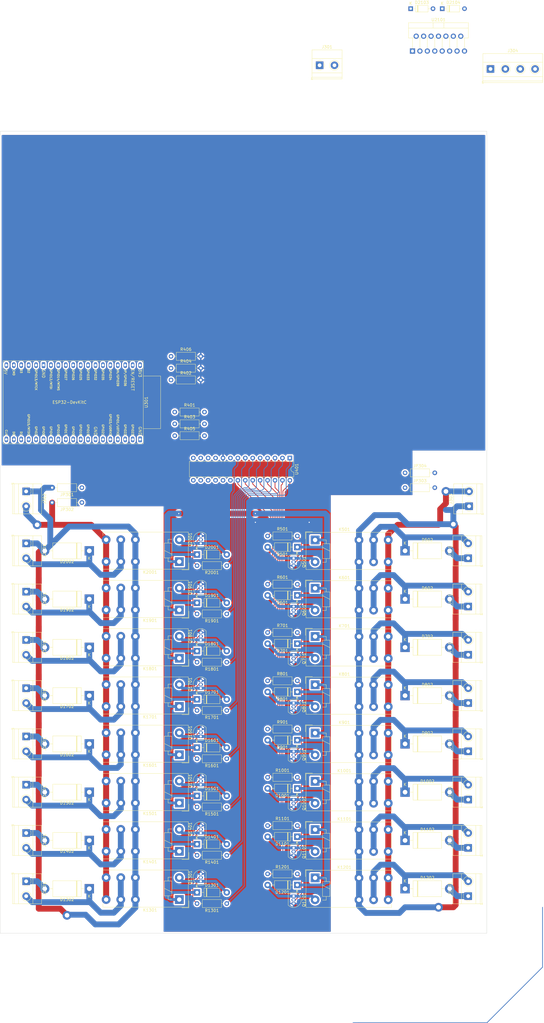
<source format=kicad_pcb>
(kicad_pcb (version 20211014) (generator pcbnew)

  (general
    (thickness 1.6)
  )

  (paper "A3" portrait)
  (layers
    (0 "F.Cu" signal)
    (31 "B.Cu" signal)
    (32 "B.Adhes" user "B.Adhesive")
    (33 "F.Adhes" user "F.Adhesive")
    (34 "B.Paste" user)
    (35 "F.Paste" user)
    (36 "B.SilkS" user "B.Silkscreen")
    (37 "F.SilkS" user "F.Silkscreen")
    (38 "B.Mask" user)
    (39 "F.Mask" user)
    (40 "Dwgs.User" user "User.Drawings")
    (41 "Cmts.User" user "User.Comments")
    (42 "Eco1.User" user "User.Eco1")
    (43 "Eco2.User" user "User.Eco2")
    (44 "Edge.Cuts" user)
    (45 "Margin" user)
    (46 "B.CrtYd" user "B.Courtyard")
    (47 "F.CrtYd" user "F.Courtyard")
    (48 "B.Fab" user)
    (49 "F.Fab" user)
    (50 "User.1" user "Nutzer.1")
    (51 "User.2" user "Nutzer.2")
    (52 "User.3" user "Nutzer.3")
    (53 "User.4" user "Nutzer.4")
    (54 "User.5" user "Nutzer.5")
    (55 "User.6" user "Nutzer.6")
    (56 "User.7" user "Nutzer.7")
    (57 "User.8" user "Nutzer.8")
    (58 "User.9" user "Nutzer.9")
  )

  (setup
    (stackup
      (layer "F.SilkS" (type "Top Silk Screen"))
      (layer "F.Paste" (type "Top Solder Paste"))
      (layer "F.Mask" (type "Top Solder Mask") (thickness 0.01))
      (layer "F.Cu" (type "copper") (thickness 0.035))
      (layer "dielectric 1" (type "core") (thickness 1.51) (material "FR4") (epsilon_r 4.5) (loss_tangent 0.02))
      (layer "B.Cu" (type "copper") (thickness 0.035))
      (layer "B.Mask" (type "Bottom Solder Mask") (thickness 0.01))
      (layer "B.Paste" (type "Bottom Solder Paste"))
      (layer "B.SilkS" (type "Bottom Silk Screen"))
      (copper_finish "None")
      (dielectric_constraints no)
    )
    (pad_to_mask_clearance 0)
    (pcbplotparams
      (layerselection 0x00010fc_ffffffff)
      (disableapertmacros false)
      (usegerberextensions false)
      (usegerberattributes true)
      (usegerberadvancedattributes true)
      (creategerberjobfile true)
      (svguseinch false)
      (svgprecision 6)
      (excludeedgelayer true)
      (plotframeref false)
      (viasonmask false)
      (mode 1)
      (useauxorigin false)
      (hpglpennumber 1)
      (hpglpenspeed 20)
      (hpglpendiameter 15.000000)
      (dxfpolygonmode true)
      (dxfimperialunits true)
      (dxfusepcbnewfont true)
      (psnegative false)
      (psa4output false)
      (plotreference true)
      (plotvalue true)
      (plotinvisibletext false)
      (sketchpadsonfab false)
      (subtractmaskfromsilk false)
      (outputformat 1)
      (mirror false)
      (drillshape 1)
      (scaleselection 1)
      (outputdirectory "")
    )
  )

  (net 0 "")
  (net 1 "+12V")
  (net 2 "/Digital/Relais Ansteuerung/C")
  (net 3 "/Digital/Relais Ansteuerung/A")
  (net 4 "/Digital/Relais Ansteuerung/D")
  (net 5 "/Digital/Relais Ansteuerung/B")
  (net 6 "Net-(Q501-Pad2)")
  (net 7 "GND")
  (net 8 "Net-(Q601-Pad2)")
  (net 9 "Net-(Q701-Pad2)")
  (net 10 "Net-(Q801-Pad2)")
  (net 11 "Net-(Q901-Pad2)")
  (net 12 "Net-(Q1001-Pad2)")
  (net 13 "Net-(Q1101-Pad2)")
  (net 14 "Net-(Q1201-Pad2)")
  (net 15 "Net-(Q1301-Pad2)")
  (net 16 "Net-(Q1401-Pad2)")
  (net 17 "Net-(Q1501-Pad2)")
  (net 18 "Net-(Q1601-Pad2)")
  (net 19 "Net-(Q1701-Pad2)")
  (net 20 "Net-(Q1801-Pad2)")
  (net 21 "Net-(Q1901-Pad2)")
  (net 22 "Net-(Q2001-Pad2)")
  (net 23 "/Digital/Relais Ansteuerung/Relais0/On")
  (net 24 "/Digital/Relais Ansteuerung/Relais1/On")
  (net 25 "/Digital/Relais Ansteuerung/Relais2/On")
  (net 26 "/Digital/Relais Ansteuerung/Relais3/On")
  (net 27 "/Digital/Relais Ansteuerung/Relais4/On")
  (net 28 "/Digital/Relais Ansteuerung/Relais5/On")
  (net 29 "/Digital/Relais Ansteuerung/Relais6/On")
  (net 30 "/Digital/Relais Ansteuerung/Relais7/On")
  (net 31 "/Digital/Relais Ansteuerung/Relais8/On")
  (net 32 "/Digital/Relais Ansteuerung/Relais9/On")
  (net 33 "/Digital/Relais Ansteuerung/Relais10/On")
  (net 34 "/Digital/Relais Ansteuerung/Relais11/On")
  (net 35 "/Digital/Relais Ansteuerung/Relais12/On")
  (net 36 "/Digital/Relais Ansteuerung/Relais13/On")
  (net 37 "/Digital/Relais Ansteuerung/Relais14/On")
  (net 38 "/Digital/Relais Ansteuerung/Relais15/On")
  (net 39 "+3V3")
  (net 40 "unconnected-(U301-Pad2)")
  (net 41 "unconnected-(U301-Pad3)")
  (net 42 "unconnected-(U301-Pad4)")
  (net 43 "unconnected-(U301-Pad5)")
  (net 44 "unconnected-(U301-Pad6)")
  (net 45 "unconnected-(U301-Pad7)")
  (net 46 "unconnected-(U301-Pad8)")
  (net 47 "unconnected-(U301-Pad9)")
  (net 48 "unconnected-(U301-Pad10)")
  (net 49 "unconnected-(U301-Pad11)")
  (net 50 "unconnected-(U301-Pad12)")
  (net 51 "unconnected-(U301-Pad13)")
  (net 52 "unconnected-(U301-Pad14)")
  (net 53 "unconnected-(U301-Pad15)")
  (net 54 "unconnected-(U301-Pad16)")
  (net 55 "unconnected-(U301-Pad17)")
  (net 56 "unconnected-(U301-Pad18)")
  (net 57 "unconnected-(U301-Pad19)")
  (net 58 "/Digital/SCL")
  (net 59 "/Digital/SDA")
  (net 60 "unconnected-(U301-Pad22)")
  (net 61 "unconnected-(U301-Pad23)")
  (net 62 "unconnected-(U301-Pad24)")
  (net 63 "unconnected-(U301-Pad25)")
  (net 64 "unconnected-(U301-Pad26)")
  (net 65 "unconnected-(U301-Pad27)")
  (net 66 "unconnected-(U301-Pad28)")
  (net 67 "unconnected-(U301-Pad29)")
  (net 68 "unconnected-(U301-Pad30)")
  (net 69 "unconnected-(U301-Pad31)")
  (net 70 "unconnected-(U301-Pad32)")
  (net 71 "unconnected-(U301-Pad33)")
  (net 72 "unconnected-(U301-Pad34)")
  (net 73 "unconnected-(U301-Pad35)")
  (net 74 "unconnected-(U301-Pad36)")
  (net 75 "unconnected-(U301-Pad37)")
  (net 76 "unconnected-(U301-Pad38)")
  (net 77 "unconnected-(U401-Pad11)")
  (net 78 "unconnected-(U401-Pad14)")
  (net 79 "~{Reset}")
  (net 80 "/Digital/Relais Ansteuerung/IntA")
  (net 81 "/Digital/Relais Ansteuerung/IntB")
  (net 82 "/Digital/Relais Ansteuerung/Relais0/AB")
  (net 83 "/Digital/Relais Ansteuerung/Relais1/AB")
  (net 84 "/Digital/Relais Ansteuerung/Relais2/AB")
  (net 85 "/Digital/Relais Ansteuerung/Relais3/AB")
  (net 86 "/Digital/Relais Ansteuerung/Relais4/AB")
  (net 87 "/Digital/Relais Ansteuerung/Relais5/AB")
  (net 88 "/Digital/Relais Ansteuerung/Relais6/AB")
  (net 89 "/Digital/Relais Ansteuerung/Relais7/AB")
  (net 90 "/Digital/Relais Ansteuerung/Relais8/AB")
  (net 91 "/Digital/Relais Ansteuerung/Relais9/AB")
  (net 92 "/Digital/Relais Ansteuerung/Relais10/AB")
  (net 93 "/Digital/Relais Ansteuerung/Relais11/AB")
  (net 94 "/Digital/Relais Ansteuerung/Relais12/AB")
  (net 95 "/Digital/Relais Ansteuerung/Relais13/AB")
  (net 96 "/Digital/Relais Ansteuerung/Relais14/AB")
  (net 97 "/Digital/Relais Ansteuerung/Relais15/AB")
  (net 98 "/Digital/Relais Ansteuerung/Relais0/mitte")
  (net 99 "/Digital/Relais Ansteuerung/Relais1/mitte")
  (net 100 "/Digital/Relais Ansteuerung/Relais2/mitte")
  (net 101 "/Digital/Relais Ansteuerung/Relais3/mitte")
  (net 102 "/Digital/Relais Ansteuerung/Relais4/mitte")
  (net 103 "/Digital/Relais Ansteuerung/Relais5/mitte")
  (net 104 "/Digital/Relais Ansteuerung/Relais6/mitte")
  (net 105 "/Digital/Relais Ansteuerung/Relais7/mitte")
  (net 106 "/Digital/Relais Ansteuerung/Relais8/mitte")
  (net 107 "/Digital/Relais Ansteuerung/Relais9/mitte")
  (net 108 "/Digital/Relais Ansteuerung/Relais10/mitte")
  (net 109 "/Digital/Relais Ansteuerung/Relais11/mitte")
  (net 110 "/Digital/Relais Ansteuerung/Relais12/mitte")
  (net 111 "/Digital/Relais Ansteuerung/Relais13/mitte")
  (net 112 "/Digital/Relais Ansteuerung/Relais14/mitte")
  (net 113 "/Digital/Relais Ansteuerung/Relais15/mitte")
  (net 114 "/Digital/Motortreiber/1Mess")
  (net 115 "/Digital/Motortreiber/2Mess")
  (net 116 "/Digital/Motortreiber/M2B")
  (net 117 "/Digital/Motortreiber/M2A")
  (net 118 "/Digital/Motortreiber/M1B")
  (net 119 "/Digital/Motortreiber/M1A")
  (net 120 "Net-(R401-Pad2)")
  (net 121 "Net-(R403-Pad2)")
  (net 122 "Net-(R405-Pad2)")
  (net 123 "Net-(R2102-Pad2)")
  (net 124 "/Digital/Motortreiber/1A")
  (net 125 "/Digital/Motortreiber/1Enable")
  (net 126 "/Digital/Motortreiber/1B")
  (net 127 "+5V")
  (net 128 "/Digital/Motortreiber/2A")
  (net 129 "/Digital/Motortreiber/2Enable")
  (net 130 "/Digital/Motortreiber/2B")
  (net 131 "Net-(R2101-Pad2)")
  (net 132 "/Digital/Motortreiber/GNDPWR")
  (net 133 "/Digital/Motortreiber/VS")

  (footprint "Relay_THT:Relay_DPDT_Finder_40.52" (layer "F.Cu") (at 89.1775 333.9075 180))

  (footprint "Resistor_THT:R_Axial_DIN0207_L6.3mm_D2.5mm_P10.16mm_Horizontal" (layer "F.Cu") (at 105.41 318.77 180))

  (footprint "Relay_THT:Relay_DPDT_Finder_40.52" (layer "F.Cu") (at 135.6125 343.0025))

  (footprint "Resistor_THT:R_Axial_DIN0207_L6.3mm_D2.5mm_P10.16mm_Horizontal" (layer "F.Cu") (at 55.88 209.55 180))

  (footprint "Diode_THT:D_DO-201AD_P15.24mm_Horizontal" (layer "F.Cu") (at 166.37 297.18))

  (footprint "Resistor_THT:R_Axial_DIN0207_L6.3mm_D2.5mm_P10.16mm_Horizontal" (layer "F.Cu") (at 105.41 335.28 180))

  (footprint "TerminalBlock_Phoenix:TerminalBlock_Phoenix_MKDS-1,5-2-5.08_1x02_P5.08mm_Horizontal" (layer "F.Cu") (at 36.83 344.17 -90))

  (footprint "Resistor_THT:R_Axial_DIN0207_L6.3mm_D2.5mm_P10.16mm_Horizontal" (layer "F.Cu") (at 55.88 214.63 180))

  (footprint "Resistor_THT:R_Axial_DIN0207_L6.3mm_D2.5mm_P10.16mm_Horizontal" (layer "F.Cu") (at 105.41 302.26 180))

  (footprint "TerminalBlock_Phoenix:TerminalBlock_Phoenix_MKDS-1,5-2-5.08_1x02_P5.08mm_Horizontal" (layer "F.Cu") (at 187.96 266.7 90))

  (footprint "Diode_THT:D_DO-201AD_P15.24mm_Horizontal" (layer "F.Cu") (at 58.42 330.2 180))

  (footprint "TerminalBlock_Phoenix:TerminalBlock_Phoenix_MKDS-1,5-2-5.08_1x02_P5.08mm_Horizontal" (layer "F.Cu") (at 36.83 261.62 -90))

  (footprint "Diode_THT:D_DO-35_SOD27_P7.62mm_Horizontal" (layer "F.Cu") (at 179.07 45.72))

  (footprint "TerminalBlock_Phoenix:TerminalBlock_Phoenix_MKDS-1,5-2-5.08_1x02_P5.08mm_Horizontal" (layer "F.Cu") (at 36.83 245.11 -90))

  (footprint "Diode_THT:D_DO-201AD_P15.24mm_Horizontal" (layer "F.Cu") (at 166.37 280.67))

  (footprint "Diode_THT:D_DO-41_SOD81_P10.16mm_Horizontal" (layer "F.Cu") (at 95.25 248.92))

  (footprint "Relay_THT:Relay_DPDT_Finder_40.52" (layer "F.Cu") (at 89.1775 284.3775 180))

  (footprint "Package_TO_SOT_THT:TO-92_Inline" (layer "F.Cu") (at 96.52 327.66 90))

  (footprint "Diode_THT:D_DO-41_SOD81_P10.16mm_Horizontal" (layer "F.Cu") (at 95.25 232.41))

  (footprint "TerminalBlock_Phoenix:TerminalBlock_Phoenix_MKDS-1,5-2-5.08_1x02_P5.08mm_Horizontal" (layer "F.Cu") (at 187.96 349.25 90))

  (footprint "Diode_THT:D_DO-201AD_P15.24mm_Horizontal" (layer "F.Cu") (at 58.42 313.69 180))

  (footprint "Relay_THT:Relay_DPDT_Finder_40.52" (layer "F.Cu") (at 89.1775 317.3975 180))

  (footprint "TerminalBlock_Phoenix:TerminalBlock_Phoenix_MKDS-1,5-4-5.08_1x04_P5.08mm_Horizontal" (layer "F.Cu") (at 195.58 66.345))

  (footprint "Relay_THT:Relay_DPDT_Finder_40.52" (layer "F.Cu") (at 135.6125 276.9625))

  (footprint "Package_TO_SOT_THT:TO-92_Inline" (layer "F.Cu") (at 96.52 245.11 90))

  (footprint "Package_TO_SOT_THT:TO-220-15_P2.54x2.54mm_StaggerOdd_Lead4.58mm_Vertical" (layer "F.Cu") (at 168.905 60.215))

  (footprint "TerminalBlock_Phoenix:TerminalBlock_Phoenix_MKDS-1,5-2-5.08_1x02_P5.08mm_Horizontal" (layer "F.Cu") (at 187.96 332.74 90))

  (footprint "Resistor_THT:R_Axial_DIN0207_L6.3mm_D2.5mm_P10.16mm_Horizontal" (layer "F.Cu") (at 86.36 168.67))

  (footprint "Package_TO_SOT_THT:TO-92_Inline" (layer "F.Cu") (at 96.52 294.64 90))

  (footprint "Relay_THT:Relay_DPDT_Finder_40.52" (layer "F.Cu") (at 135.6125 309.9825))

  (footprint "Package_TO_SOT_THT:TO-92_Inline" (layer "F.Cu") (at 128.27 266.7 -90))

  (footprint "Diode_THT:D_DO-41_SOD81_P10.16mm_Horizontal" (layer "F.Cu") (at 95.25 281.94))

  (footprint "Resistor_THT:R_Axial_DIN0207_L6.3mm_D2.5mm_P10.16mm_Horizontal" (layer "F.Cu") (at 105.41 252.73 180))

  (footprint "Resistor_THT:R_Axial_DIN0207_L6.3mm_D2.5mm_P10.16mm_Horizontal" (layer "F.Cu") (at 105.41 285.75 180))

  (footprint "Diode_THT:D_DO-201AD_P15.24mm_Horizontal" (layer "F.Cu") (at 166.37 247.65))

  (footprint "Diode_THT:D_DO-201AD_P15.24mm_Horizontal" (layer "F.Cu") (at 166.37 231.14))

  (footprint "TerminalBlock_Phoenix:TerminalBlock_Phoenix_MKDS-1,5-2-5.08_1x02_P5.08mm_Horizontal" (layer "F.Cu")
    (tedit 5B294EBC) (tstamp 4d7e0e9b-c5a0-4389-9305-03636bfd485d)
    (at 188.265 215.905 90)
    (descr "Terminal Block Phoenix MKDS-1,5-2-5.08, 2 pins, pitch 5.08mm, size 10.2x9.8mm^2, drill diamater 1.3mm, pad diameter 2.6mm, see http://www.farnell.com/datashe
... [1755562 chars truncated]
</source>
